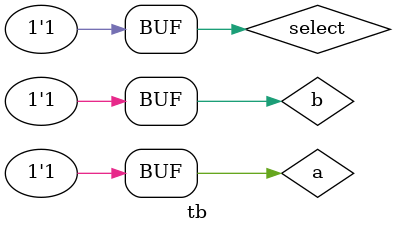
<source format=v>
`timescale 1ns / 1ps



module tb(
            
    );
    reg a,b,select;
    wire y ;
    Two_to_one mux_test(select,a,b,y);      
    initial
    begin
    select=0;a=0;b=0;
    #100 select=0;a=0;b=1;
    #100 select=0;a=1;b=0;
    #100 select=0;a=1;b=1;
    #100 select=1;a=0;b=0;
    #100 select=1;a=0;b=1;
    #100 select=1;a=1;b=0;
    #100 select=1;a=1;b=1;
    end
endmodule

</source>
